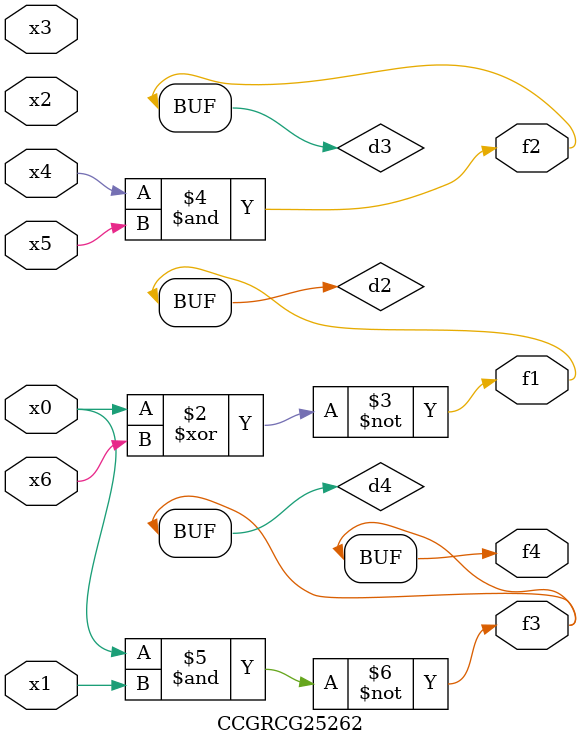
<source format=v>
module CCGRCG25262(
	input x0, x1, x2, x3, x4, x5, x6,
	output f1, f2, f3, f4
);

	wire d1, d2, d3, d4;

	nor (d1, x0);
	xnor (d2, x0, x6);
	and (d3, x4, x5);
	nand (d4, x0, x1);
	assign f1 = d2;
	assign f2 = d3;
	assign f3 = d4;
	assign f4 = d4;
endmodule

</source>
